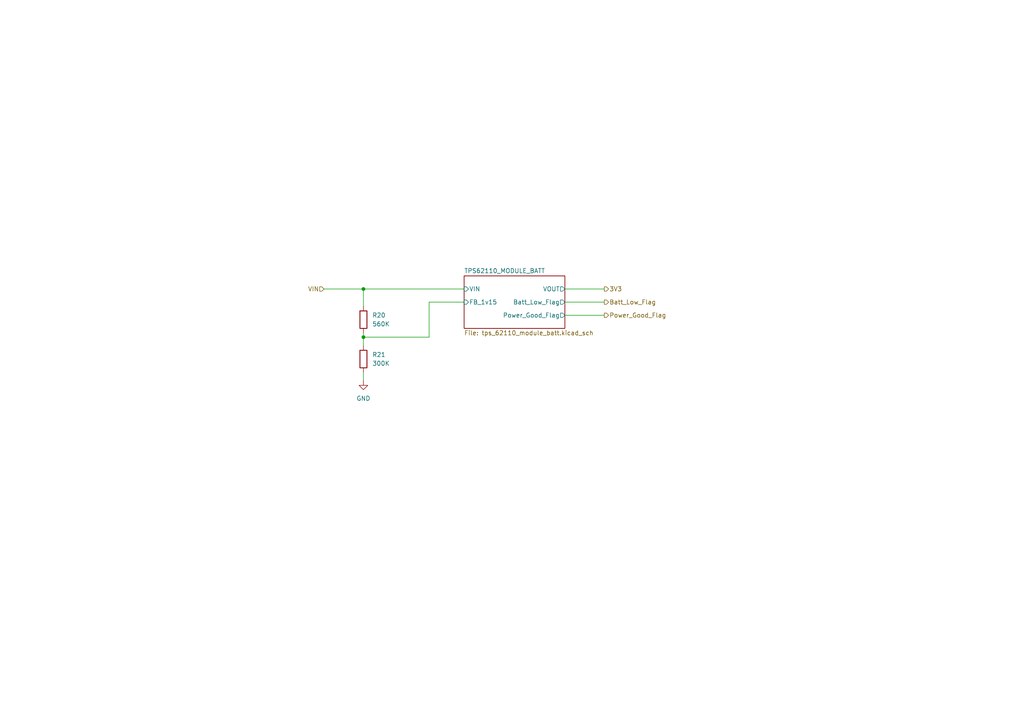
<source format=kicad_sch>
(kicad_sch (version 20211123) (generator eeschema)
  (paper "A4")
  (lib_symbols
    (symbol "Device:R" (pin_numbers hide) (pin_names (offset 0))
      (property "Reference" "R" (at 2.032 0 90))
      (property "Value" "R" (at 0 0 90))
      (symbol "R_0_1"
        (rectangle (start -1.016 -2.54) (end 1.016 2.54) (stroke (width 0.254)))
      )
      (symbol "R_1_1"
        (pin passive line (at 0 3.81 270) (length 1.27) (name "~") (number "1"))
        (pin passive line (at 0 -3.81 90) (length 1.27) (name "~") (number "2"))
      )
    )
    (symbol "power:GND" (power) (pin_names (offset 0))
      (property "Value" "GND" (at 0 -3.81 0))
      (symbol "GND_0_1"
        (polyline (pts (xy 0 0) (xy 0 -1.27) (xy 1.27 -1.27) (xy 0 -2.54) (xy -1.27 -1.27) (xy 0 -1.27)))
      )
      (symbol "GND_1_1"
        (pin power_in line (at 0 0 270) (length 0) hide (name "GND") (number "1"))
      )
    )
  )
  (junction (at 105.41 83.82))
  (junction (at 105.41 97.79))
  (wire (pts (xy 105.41 97.79) (xy 124.46 97.79)))
  (wire (pts (xy 124.46 97.79) (xy 124.46 87.63)))
  (wire (pts (xy 93.98 83.82) (xy 105.41 83.82)))
  (wire (pts (xy 105.41 97.79) (xy 105.41 100.33)))
  (wire (pts (xy 163.83 83.82) (xy 175.26 83.82)))
  (wire (pts (xy 163.83 91.44) (xy 175.26 91.44)))
  (wire (pts (xy 124.46 87.63) (xy 134.62 87.63)))
  (wire (pts (xy 105.41 110.49) (xy 105.41 107.95)))
  (wire (pts (xy 105.41 88.9) (xy 105.41 83.82)))
  (wire (pts (xy 105.41 83.82) (xy 134.62 83.82)))
  (wire (pts (xy 105.41 96.52) (xy 105.41 97.79)))
  (wire (pts (xy 163.83 87.63) (xy 175.26 87.63)))
  (hierarchical_label "Power_Good_Flag" (shape output) (at 175.26 91.44 0))
  (hierarchical_label "3V3" (shape output) (at 175.26 83.82 0))
  (hierarchical_label "Batt_Low_Flag" (shape output) (at 175.26 87.63 0))
  (hierarchical_label "VIN" (shape input) (at 93.98 83.82 180))
  (symbol (lib_id "Device:R") (at 105.41 92.71 0) (unit 1)
    (property "Reference" "R20" (at 107.95 91.4399 0) (effects (justify left)))
    (property "Value" "560K" (at 107.95 93.9799 0) (effects (justify left)))
    (property "Footprint" "Resistor_SMD:R_1206_3216Metric" (effects hide))
  )
  (symbol (lib_id "Device:R") (at 105.41 104.14 0) (unit 1)
    (property "Reference" "R21" (at 107.95 102.8699 0) (effects (justify left)))
    (property "Value" "300K" (at 107.95 105.4099 0) (effects (justify left)))
    (property "Footprint" "Resistor_SMD:R_1206_3216Metric" (effects hide))
  )
  (symbol (lib_id "power:GND") (at 105.41 110.49 0) (unit 1)
    (property "Reference" "#PWR038" (effects hide))
    (property "Value" "GND" (at 105.41 115.57 0))
  )
  (sheet (at 134.62 80.01) (size 29.21 15.24) (stroke (width 0.1524))
    (property "Sheet name" "TPS62110_MODULE_BATT" (at 134.62 79.2984 0) (effects (justify left bottom)))
    (property "Sheet file" "tps_62110_module_batt.kicad_sch" (at 134.62 95.8346 0) (effects (justify left top)))
    (pin "FB_1v15" input (at 134.62 87.63 180))
    (pin "Batt_Low_Flag" output (at 163.83 87.63 0))
    (pin "VOUT" output (at 163.83 83.82 0))
    (pin "VIN" input (at 134.62 83.82 180))
    (pin "Power_Good_Flag" output (at 163.83 91.44 0))
  )
)
</source>
